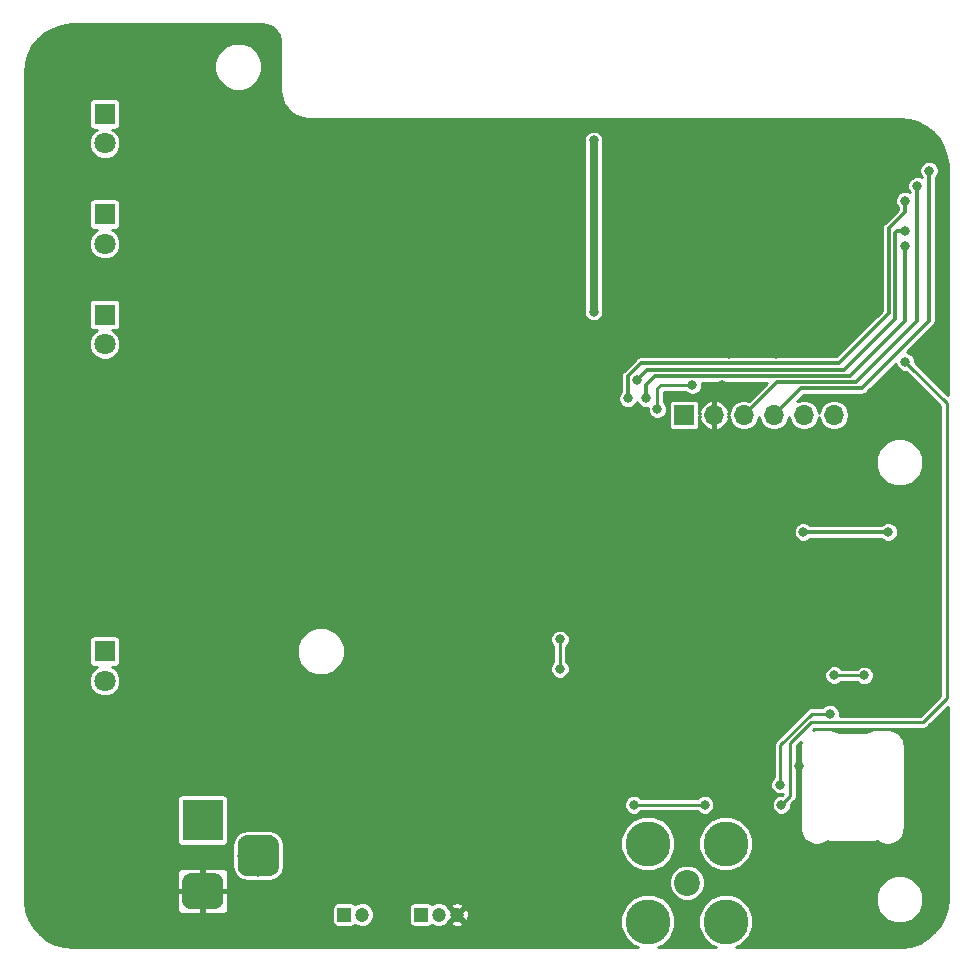
<source format=gbr>
G04 #@! TF.GenerationSoftware,KiCad,Pcbnew,5.0.2-bee76a0~70~ubuntu18.04.1*
G04 #@! TF.CreationDate,2019-07-19T10:36:36+02:00*
G04 #@! TF.ProjectId,SmartHydroponics,536d6172-7448-4796-9472-6f706f6e6963,rev?*
G04 #@! TF.SameCoordinates,Original*
G04 #@! TF.FileFunction,Copper,L2,Bot*
G04 #@! TF.FilePolarity,Positive*
%FSLAX46Y46*%
G04 Gerber Fmt 4.6, Leading zero omitted, Abs format (unit mm)*
G04 Created by KiCad (PCBNEW 5.0.2-bee76a0~70~ubuntu18.04.1) date Fri 19 Jul 2019 10:36:36 CEST*
%MOMM*%
%LPD*%
G01*
G04 APERTURE LIST*
G04 #@! TA.AperFunction,ComponentPad*
%ADD10C,3.800000*%
G04 #@! TD*
G04 #@! TA.AperFunction,ComponentPad*
%ADD11C,2.200000*%
G04 #@! TD*
G04 #@! TA.AperFunction,ComponentPad*
%ADD12C,1.200000*%
G04 #@! TD*
G04 #@! TA.AperFunction,ComponentPad*
%ADD13R,1.200000X1.200000*%
G04 #@! TD*
G04 #@! TA.AperFunction,ComponentPad*
%ADD14C,1.800000*%
G04 #@! TD*
G04 #@! TA.AperFunction,ComponentPad*
%ADD15R,1.800000X1.800000*%
G04 #@! TD*
G04 #@! TA.AperFunction,ComponentPad*
%ADD16R,1.700000X1.700000*%
G04 #@! TD*
G04 #@! TA.AperFunction,ComponentPad*
%ADD17O,1.700000X1.700000*%
G04 #@! TD*
G04 #@! TA.AperFunction,Conductor*
%ADD18C,0.100000*%
G04 #@! TD*
G04 #@! TA.AperFunction,ComponentPad*
%ADD19C,3.500000*%
G04 #@! TD*
G04 #@! TA.AperFunction,ComponentPad*
%ADD20C,3.000000*%
G04 #@! TD*
G04 #@! TA.AperFunction,ComponentPad*
%ADD21R,3.500000X3.500000*%
G04 #@! TD*
G04 #@! TA.AperFunction,ViaPad*
%ADD22C,0.800000*%
G04 #@! TD*
G04 #@! TA.AperFunction,Conductor*
%ADD23C,0.250000*%
G04 #@! TD*
G04 #@! TA.AperFunction,Conductor*
%ADD24C,0.300000*%
G04 #@! TD*
G04 #@! TA.AperFunction,Conductor*
%ADD25C,0.700000*%
G04 #@! TD*
G04 #@! TA.AperFunction,Conductor*
%ADD26C,0.254000*%
G04 #@! TD*
G04 APERTURE END LIST*
D10*
G04 #@! TO.P,J4,2*
G04 #@! TO.N,Net-(J4-Pad2)*
X233700000Y-146900000D03*
X233700000Y-140300000D03*
X240300000Y-140300000D03*
X240300000Y-146900000D03*
D11*
G04 #@! TO.P,J4,1*
G04 #@! TO.N,Net-(J4-Pad1)*
X237000000Y-143600000D03*
G04 #@! TD*
D12*
G04 #@! TO.P,J3,3*
G04 #@! TO.N,GND*
X217500000Y-146300000D03*
G04 #@! TO.P,J3,2*
G04 #@! TO.N,/1WIRE_DAT*
X216000000Y-146300000D03*
D13*
G04 #@! TO.P,J3,1*
G04 #@! TO.N,+3V3*
X214500000Y-146300000D03*
G04 #@! TD*
G04 #@! TO.P,J15,1*
G04 #@! TO.N,/WATER_LVL_SW*
X208000000Y-146300000D03*
D12*
G04 #@! TO.P,J15,2*
G04 #@! TO.N,+3V3*
X209500000Y-146300000D03*
G04 #@! TD*
D14*
G04 #@! TO.P,J10,2*
G04 #@! TO.N,Net-(J10-Pad2)*
X187700000Y-126500000D03*
D15*
G04 #@! TO.P,J10,1*
G04 #@! TO.N,+12V*
X187700000Y-124000000D03*
G04 #@! TD*
G04 #@! TO.P,J9,1*
G04 #@! TO.N,+12V*
X187700000Y-95500000D03*
D14*
G04 #@! TO.P,J9,2*
G04 #@! TO.N,Net-(J9-Pad2)*
X187700000Y-98000000D03*
G04 #@! TD*
G04 #@! TO.P,J8,2*
G04 #@! TO.N,Net-(J8-Pad2)*
X187700000Y-89500000D03*
D15*
G04 #@! TO.P,J8,1*
G04 #@! TO.N,+12V*
X187700000Y-87000000D03*
G04 #@! TD*
G04 #@! TO.P,J7,1*
G04 #@! TO.N,+12V*
X187700000Y-78500000D03*
D14*
G04 #@! TO.P,J7,2*
G04 #@! TO.N,Net-(J7-Pad2)*
X187700000Y-81000000D03*
G04 #@! TD*
D16*
G04 #@! TO.P,J2,1*
G04 #@! TO.N,+3V3*
X236750000Y-104000000D03*
D17*
G04 #@! TO.P,J2,2*
G04 #@! TO.N,GND*
X239290000Y-104000000D03*
G04 #@! TO.P,J2,3*
G04 #@! TO.N,/UART_RX*
X241830000Y-104000000D03*
G04 #@! TO.P,J2,4*
G04 #@! TO.N,/UART_TX*
X244370000Y-104000000D03*
G04 #@! TO.P,J2,5*
G04 #@! TO.N,/IO0*
X246910000Y-104000000D03*
G04 #@! TO.P,J2,6*
G04 #@! TO.N,/EN*
X249450000Y-104000000D03*
G04 #@! TD*
D18*
G04 #@! TO.N,N/C*
G04 #@! TO.C,J1*
G36*
X201660765Y-139554213D02*
X201745704Y-139566813D01*
X201828999Y-139587677D01*
X201909848Y-139616605D01*
X201987472Y-139653319D01*
X202061124Y-139697464D01*
X202130094Y-139748616D01*
X202193718Y-139806282D01*
X202251384Y-139869906D01*
X202302536Y-139938876D01*
X202346681Y-140012528D01*
X202383395Y-140090152D01*
X202412323Y-140171001D01*
X202433187Y-140254296D01*
X202445787Y-140339235D01*
X202450000Y-140425000D01*
X202450000Y-142175000D01*
X202445787Y-142260765D01*
X202433187Y-142345704D01*
X202412323Y-142428999D01*
X202383395Y-142509848D01*
X202346681Y-142587472D01*
X202302536Y-142661124D01*
X202251384Y-142730094D01*
X202193718Y-142793718D01*
X202130094Y-142851384D01*
X202061124Y-142902536D01*
X201987472Y-142946681D01*
X201909848Y-142983395D01*
X201828999Y-143012323D01*
X201745704Y-143033187D01*
X201660765Y-143045787D01*
X201575000Y-143050000D01*
X199825000Y-143050000D01*
X199739235Y-143045787D01*
X199654296Y-143033187D01*
X199571001Y-143012323D01*
X199490152Y-142983395D01*
X199412528Y-142946681D01*
X199338876Y-142902536D01*
X199269906Y-142851384D01*
X199206282Y-142793718D01*
X199148616Y-142730094D01*
X199097464Y-142661124D01*
X199053319Y-142587472D01*
X199016605Y-142509848D01*
X198987677Y-142428999D01*
X198966813Y-142345704D01*
X198954213Y-142260765D01*
X198950000Y-142175000D01*
X198950000Y-140425000D01*
X198954213Y-140339235D01*
X198966813Y-140254296D01*
X198987677Y-140171001D01*
X199016605Y-140090152D01*
X199053319Y-140012528D01*
X199097464Y-139938876D01*
X199148616Y-139869906D01*
X199206282Y-139806282D01*
X199269906Y-139748616D01*
X199338876Y-139697464D01*
X199412528Y-139653319D01*
X199490152Y-139616605D01*
X199571001Y-139587677D01*
X199654296Y-139566813D01*
X199739235Y-139554213D01*
X199825000Y-139550000D01*
X201575000Y-139550000D01*
X201660765Y-139554213D01*
X201660765Y-139554213D01*
G37*
D19*
G04 #@! TD*
G04 #@! TO.P,J1,3*
G04 #@! TO.N,N/C*
X200700000Y-141300000D03*
D18*
G04 #@! TO.N,GND*
G04 #@! TO.C,J1*
G36*
X197073513Y-142803611D02*
X197146318Y-142814411D01*
X197217714Y-142832295D01*
X197287013Y-142857090D01*
X197353548Y-142888559D01*
X197416678Y-142926398D01*
X197475795Y-142970242D01*
X197530330Y-143019670D01*
X197579758Y-143074205D01*
X197623602Y-143133322D01*
X197661441Y-143196452D01*
X197692910Y-143262987D01*
X197717705Y-143332286D01*
X197735589Y-143403682D01*
X197746389Y-143476487D01*
X197750000Y-143550000D01*
X197750000Y-145050000D01*
X197746389Y-145123513D01*
X197735589Y-145196318D01*
X197717705Y-145267714D01*
X197692910Y-145337013D01*
X197661441Y-145403548D01*
X197623602Y-145466678D01*
X197579758Y-145525795D01*
X197530330Y-145580330D01*
X197475795Y-145629758D01*
X197416678Y-145673602D01*
X197353548Y-145711441D01*
X197287013Y-145742910D01*
X197217714Y-145767705D01*
X197146318Y-145785589D01*
X197073513Y-145796389D01*
X197000000Y-145800000D01*
X195000000Y-145800000D01*
X194926487Y-145796389D01*
X194853682Y-145785589D01*
X194782286Y-145767705D01*
X194712987Y-145742910D01*
X194646452Y-145711441D01*
X194583322Y-145673602D01*
X194524205Y-145629758D01*
X194469670Y-145580330D01*
X194420242Y-145525795D01*
X194376398Y-145466678D01*
X194338559Y-145403548D01*
X194307090Y-145337013D01*
X194282295Y-145267714D01*
X194264411Y-145196318D01*
X194253611Y-145123513D01*
X194250000Y-145050000D01*
X194250000Y-143550000D01*
X194253611Y-143476487D01*
X194264411Y-143403682D01*
X194282295Y-143332286D01*
X194307090Y-143262987D01*
X194338559Y-143196452D01*
X194376398Y-143133322D01*
X194420242Y-143074205D01*
X194469670Y-143019670D01*
X194524205Y-142970242D01*
X194583322Y-142926398D01*
X194646452Y-142888559D01*
X194712987Y-142857090D01*
X194782286Y-142832295D01*
X194853682Y-142814411D01*
X194926487Y-142803611D01*
X195000000Y-142800000D01*
X197000000Y-142800000D01*
X197073513Y-142803611D01*
X197073513Y-142803611D01*
G37*
D20*
G04 #@! TD*
G04 #@! TO.P,J1,2*
G04 #@! TO.N,GND*
X196000000Y-144300000D03*
D21*
G04 #@! TO.P,J1,1*
G04 #@! TO.N,Net-(D1-Pad2)*
X196000000Y-138300000D03*
G04 #@! TD*
D22*
G04 #@! TO.N,GND*
X211449986Y-131000000D03*
X211500000Y-133250000D03*
X210000000Y-125000000D03*
X215000000Y-110000000D03*
X205000000Y-85000000D03*
X215000000Y-85000000D03*
X225000000Y-85000000D03*
X200000000Y-80000000D03*
X193000000Y-77500000D03*
X193000000Y-83500000D03*
X250750000Y-102750000D03*
X225000000Y-80000000D03*
X215000000Y-80000000D03*
X220000000Y-80000000D03*
X210000000Y-80000000D03*
X205000000Y-80000000D03*
X192500000Y-92500000D03*
X192750000Y-112500000D03*
X257500000Y-147500000D03*
X257500000Y-142500000D03*
X252500000Y-147500000D03*
X205000000Y-97500000D03*
X210000000Y-97500000D03*
X215000000Y-97500000D03*
X220000000Y-97500000D03*
X225000000Y-97500000D03*
X210000000Y-85000000D03*
X220000000Y-85000000D03*
X229000000Y-103000000D03*
X249000000Y-110000000D03*
X215000000Y-125000000D03*
X252245010Y-110000000D03*
X231500000Y-84600000D03*
X229000000Y-101000000D03*
X203500000Y-135500000D03*
X203500000Y-140500000D03*
X203500000Y-145500000D03*
X203500000Y-133000000D03*
X229000000Y-106500000D03*
X249000000Y-123000000D03*
X252000000Y-123000000D03*
X242700000Y-101600000D03*
X240600000Y-98800000D03*
X244500000Y-98800000D03*
X203000000Y-94000000D03*
X201000000Y-83000000D03*
X220000000Y-105000000D03*
X193000000Y-72000000D03*
X218000000Y-143500000D03*
X218000000Y-139500000D03*
X212000000Y-147500000D03*
X212000000Y-145000000D03*
X220500000Y-146500000D03*
X205500000Y-145500000D03*
X216000000Y-139500000D03*
X213000000Y-139500000D03*
X257500000Y-137500000D03*
X257500000Y-132500000D03*
X252500000Y-142500000D03*
X245000000Y-142500000D03*
X250000000Y-142500000D03*
X250000000Y-147500000D03*
X245000000Y-147500000D03*
X257500000Y-127500000D03*
X257500000Y-120000000D03*
X257500000Y-115000000D03*
X257500000Y-110000000D03*
X257500000Y-105000000D03*
X252000000Y-117000000D03*
X249000000Y-117000000D03*
X249000000Y-120000000D03*
X252000000Y-120000000D03*
X249000000Y-107000000D03*
X245000000Y-112500000D03*
X245000000Y-115500000D03*
X245000000Y-106500000D03*
X258500000Y-99500000D03*
X233500000Y-126000000D03*
X225000000Y-122500000D03*
X220000000Y-122500000D03*
X192750000Y-117500000D03*
X192750000Y-122500000D03*
X197500000Y-122500000D03*
X197500000Y-117500000D03*
X197500000Y-112500000D03*
X202500000Y-112500000D03*
X202500000Y-117500000D03*
X202500000Y-122500000D03*
X207500000Y-112500000D03*
X207500000Y-117500000D03*
X212500000Y-112500000D03*
X212500000Y-117500000D03*
X217500000Y-117500000D03*
X220000000Y-117500000D03*
X225000000Y-117500000D03*
X230000000Y-117500000D03*
X232500000Y-112500000D03*
X225000000Y-105000000D03*
X212500000Y-105000000D03*
X207500000Y-105000000D03*
X205000000Y-90000000D03*
X210000000Y-90000000D03*
X215000000Y-90000000D03*
X220000000Y-90000000D03*
X225000000Y-90000000D03*
X228500000Y-128000000D03*
X240000000Y-101500000D03*
X220000000Y-135500000D03*
X209000000Y-140500000D03*
X195250000Y-84000000D03*
X198750000Y-84000000D03*
X198250000Y-86750000D03*
X200250000Y-91750000D03*
X200250000Y-95250000D03*
X200250000Y-99750000D03*
X198000000Y-99750000D03*
X198000000Y-104250000D03*
X200250000Y-104250000D03*
X215750000Y-143500000D03*
X213000000Y-143500000D03*
X220500000Y-143500000D03*
X220500000Y-139500000D03*
X228000000Y-136000000D03*
X228000000Y-138249998D03*
X225000000Y-138000000D03*
X228500000Y-126000000D03*
X237500000Y-123000000D03*
X240500000Y-126000000D03*
X240500000Y-130000000D03*
X233500000Y-130000000D03*
X231000000Y-90000000D03*
X231000000Y-97500000D03*
X234500000Y-120000000D03*
X233250000Y-122000000D03*
X230000000Y-122000000D03*
X234500000Y-115000000D03*
X234500000Y-112000000D03*
X234500000Y-109750000D03*
X234500000Y-106500000D03*
X238000000Y-106500000D03*
X238000000Y-109750000D03*
X238000000Y-112000000D03*
X238000000Y-115000000D03*
X238000000Y-120000000D03*
X255750000Y-79500000D03*
X233750000Y-79500000D03*
X246500000Y-133750000D03*
X197500000Y-95250000D03*
X197500000Y-91750000D03*
X220000000Y-132500000D03*
X223500000Y-126000000D03*
X223500000Y-128000000D03*
X223500000Y-131250000D03*
X216250000Y-132500000D03*
X223250000Y-135250000D03*
X225000000Y-135250000D03*
X223000000Y-138000000D03*
X230000000Y-146500000D03*
X230000000Y-139500000D03*
X230000000Y-143250000D03*
X225250000Y-146500000D03*
X244000000Y-126000000D03*
X241750000Y-122750000D03*
X205000000Y-127500000D03*
X249800000Y-128200000D03*
X227000000Y-94000000D03*
X231000000Y-94900000D03*
X198500000Y-128500000D03*
X193000000Y-129000000D03*
X192750000Y-104250000D03*
X192750000Y-101250000D03*
X236750000Y-97500000D03*
X258500000Y-85500000D03*
X258500000Y-92500000D03*
G04 #@! TO.N,/I2C_SDA*
X252000000Y-126050000D03*
X249466844Y-126029433D03*
G04 #@! TO.N,/I2C_SCL*
X244900000Y-135300000D03*
X249100000Y-129274990D03*
G04 #@! TO.N,+3V3*
X246850000Y-113900000D03*
X229100000Y-80750000D03*
X254050000Y-113900000D03*
X229100000Y-95250000D03*
G04 #@! TO.N,/UART_RX*
X256500000Y-84600000D03*
G04 #@! TO.N,/UART_TX*
X257500012Y-83300000D03*
G04 #@! TO.N,/PWM_LED_B*
X233550010Y-102600000D03*
X255450000Y-89650000D03*
G04 #@! TO.N,/PWM_LED_G*
X232000000Y-102600000D03*
X255450000Y-85850000D03*
G04 #@! TO.N,/PWM_LED_R*
X232800000Y-101000000D03*
X255450000Y-88400000D03*
G04 #@! TO.N,/WATER_LVL_SW*
X245000000Y-137000000D03*
X238500000Y-137000000D03*
X232500000Y-137000000D03*
X255487340Y-99500000D03*
G04 #@! TO.N,/1WIRE_DAT*
X234500000Y-103500000D03*
X226250000Y-123000000D03*
X237469662Y-101469662D03*
X226250000Y-125500000D03*
G04 #@! TD*
D23*
G04 #@! TO.N,/I2C_SDA*
X252000000Y-126050000D02*
X249487411Y-126050000D01*
G04 #@! TO.N,/I2C_SCL*
X248534315Y-129274990D02*
X249100000Y-129274990D01*
X244900000Y-135300000D02*
X244900000Y-131963589D01*
X247588599Y-129274990D02*
X248534315Y-129274990D01*
X244900000Y-131963589D02*
X247588599Y-129274990D01*
D24*
G04 #@! TO.N,+3V3*
X254050000Y-113900000D02*
X246850000Y-113900000D01*
D25*
X229100000Y-80750000D02*
X229100000Y-95250000D01*
D24*
G04 #@! TO.N,/UART_RX*
X244629989Y-101200011D02*
X251299989Y-101200011D01*
X256500000Y-85165685D02*
X256500000Y-84600000D01*
X256500000Y-96000000D02*
X256500000Y-85165685D01*
X251299989Y-101200011D02*
X256500000Y-96000000D01*
X241830000Y-104000000D02*
X244629989Y-101200011D01*
G04 #@! TO.N,/UART_TX*
X257500012Y-95999988D02*
X257500012Y-83865685D01*
X246669978Y-101700022D02*
X251799978Y-101700022D01*
X244370000Y-104000000D02*
X246669978Y-101700022D01*
X251799978Y-101700022D02*
X257500012Y-95999988D01*
X257500012Y-83865685D02*
X257500012Y-83300000D01*
G04 #@! TO.N,/PWM_LED_B*
X255450000Y-96050000D02*
X250800000Y-100700000D01*
X255450000Y-89650000D02*
X255450000Y-96050000D01*
X250800000Y-100700000D02*
X234300000Y-100700000D01*
X233550010Y-101449990D02*
X233550010Y-102600000D01*
X234300000Y-100700000D02*
X233550010Y-101449990D01*
G04 #@! TO.N,/PWM_LED_G*
X232000000Y-100700000D02*
X232000000Y-102600000D01*
X255450000Y-86850000D02*
X254100000Y-88200000D01*
X255450000Y-85850000D02*
X255450000Y-86850000D01*
X254100000Y-88200000D02*
X254100000Y-95400000D01*
X233100000Y-99600000D02*
X232000000Y-100700000D01*
X254100000Y-95400000D02*
X249900000Y-99600000D01*
X249900000Y-99600000D02*
X233100000Y-99600000D01*
G04 #@! TO.N,/PWM_LED_R*
X250300000Y-100200000D02*
X254600000Y-95900000D01*
X232800000Y-101000000D02*
X233600000Y-100200000D01*
X254800000Y-88400000D02*
X255450000Y-88400000D01*
X254600000Y-88600000D02*
X254800000Y-88400000D01*
X254600000Y-95900000D02*
X254600000Y-88600000D01*
X233600000Y-100200000D02*
X250300000Y-100200000D01*
D23*
G04 #@! TO.N,/WATER_LVL_SW*
X238500000Y-137000000D02*
X232500000Y-137000000D01*
X259000000Y-128000000D02*
X259000000Y-103012660D01*
X259000000Y-103012660D02*
X255887339Y-99899999D01*
X247500000Y-130000000D02*
X257000000Y-130000000D01*
X257000000Y-130000000D02*
X259000000Y-128000000D01*
X245750000Y-131750000D02*
X247500000Y-130000000D01*
X245750000Y-136250000D02*
X245750000Y-131750000D01*
X245000000Y-137000000D02*
X245750000Y-136250000D01*
X255887339Y-99899999D02*
X255487340Y-99500000D01*
G04 #@! TO.N,/1WIRE_DAT*
X236903977Y-101469662D02*
X237469662Y-101469662D01*
X234780338Y-101469662D02*
X236903977Y-101469662D01*
X234500000Y-103500000D02*
X234500000Y-101750000D01*
X234500000Y-101750000D02*
X234780338Y-101469662D01*
X226250000Y-123000000D02*
X226250000Y-125500000D01*
G04 #@! TD*
D26*
G04 #@! TO.N,GND*
G36*
X201440122Y-70994891D02*
X201844867Y-71178918D01*
X202181692Y-71469145D01*
X202423521Y-71842242D01*
X202555150Y-72282377D01*
X202572501Y-72515869D01*
X202572500Y-76542103D01*
X202575614Y-76557757D01*
X202595644Y-76827300D01*
X202605007Y-76869889D01*
X202610926Y-76913095D01*
X202612392Y-76918108D01*
X202774869Y-77461393D01*
X202799202Y-77514055D01*
X202822896Y-77567024D01*
X202825710Y-77571424D01*
X203134138Y-78047270D01*
X203172283Y-78090996D01*
X203209882Y-78135175D01*
X203213818Y-78138609D01*
X203643403Y-78508764D01*
X203692324Y-78540050D01*
X203740775Y-78571877D01*
X203745516Y-78574068D01*
X204261725Y-78808774D01*
X204317431Y-78825063D01*
X204372897Y-78842021D01*
X204378061Y-78842793D01*
X204378063Y-78842793D01*
X204927940Y-78921541D01*
X204957896Y-78927500D01*
X254979657Y-78927500D01*
X255769721Y-79002879D01*
X256511674Y-79220544D01*
X257199082Y-79574582D01*
X257807136Y-80052216D01*
X258313907Y-80636217D01*
X258701099Y-81305505D01*
X258954747Y-82035934D01*
X259067881Y-82816202D01*
X259072501Y-83005247D01*
X259072501Y-102304515D01*
X256316105Y-99548120D01*
X256316103Y-99548117D01*
X256314340Y-99546354D01*
X256314340Y-99335499D01*
X256188437Y-99031542D01*
X255955798Y-98798903D01*
X255651841Y-98673000D01*
X255643001Y-98673000D01*
X257867827Y-96448174D01*
X257916006Y-96415982D01*
X258043534Y-96225122D01*
X258077012Y-96056817D01*
X258077012Y-96056816D01*
X258088316Y-95999989D01*
X258077012Y-95943161D01*
X258077012Y-83892555D01*
X258201109Y-83768458D01*
X258327012Y-83464501D01*
X258327012Y-83135499D01*
X258201109Y-82831542D01*
X257968470Y-82598903D01*
X257664513Y-82473000D01*
X257335511Y-82473000D01*
X257031554Y-82598903D01*
X256798915Y-82831542D01*
X256673012Y-83135499D01*
X256673012Y-83464501D01*
X256798915Y-83768458D01*
X256901714Y-83871257D01*
X256664501Y-83773000D01*
X256335499Y-83773000D01*
X256031542Y-83898903D01*
X255798903Y-84131542D01*
X255673000Y-84435499D01*
X255673000Y-84764501D01*
X255798903Y-85068458D01*
X255851693Y-85121248D01*
X255614501Y-85023000D01*
X255285499Y-85023000D01*
X254981542Y-85148903D01*
X254748903Y-85381542D01*
X254623000Y-85685499D01*
X254623000Y-86014501D01*
X254748903Y-86318458D01*
X254873001Y-86442556D01*
X254873001Y-86610998D01*
X253732188Y-87751812D01*
X253684006Y-87784006D01*
X253556478Y-87974867D01*
X253540245Y-88056478D01*
X253511696Y-88200000D01*
X253523000Y-88256828D01*
X253523001Y-95160998D01*
X249661000Y-99023000D01*
X233156828Y-99023000D01*
X233100000Y-99011696D01*
X233043172Y-99023000D01*
X233043171Y-99023000D01*
X232874866Y-99056478D01*
X232684006Y-99184006D01*
X232651815Y-99232184D01*
X231632188Y-100251812D01*
X231584006Y-100284006D01*
X231456478Y-100474867D01*
X231423000Y-100643171D01*
X231411696Y-100700000D01*
X231423000Y-100756828D01*
X231423001Y-102007444D01*
X231298903Y-102131542D01*
X231173000Y-102435499D01*
X231173000Y-102764501D01*
X231298903Y-103068458D01*
X231531542Y-103301097D01*
X231835499Y-103427000D01*
X232164501Y-103427000D01*
X232468458Y-103301097D01*
X232701097Y-103068458D01*
X232775005Y-102890028D01*
X232848913Y-103068458D01*
X233081552Y-103301097D01*
X233385509Y-103427000D01*
X233673000Y-103427000D01*
X233673000Y-103664501D01*
X233798903Y-103968458D01*
X234031542Y-104201097D01*
X234335499Y-104327000D01*
X234664501Y-104327000D01*
X234968458Y-104201097D01*
X235201097Y-103968458D01*
X235327000Y-103664501D01*
X235327000Y-103335499D01*
X235250164Y-103150000D01*
X235464635Y-103150000D01*
X235464635Y-104850000D01*
X235497775Y-105016607D01*
X235592150Y-105157850D01*
X235733393Y-105252225D01*
X235900000Y-105285365D01*
X237600000Y-105285365D01*
X237766607Y-105252225D01*
X237907850Y-105157850D01*
X238002225Y-105016607D01*
X238035365Y-104850000D01*
X238035365Y-104123002D01*
X238125676Y-104123002D01*
X238053817Y-104320325D01*
X238270499Y-104769008D01*
X238642391Y-105100617D01*
X238969676Y-105236173D01*
X239167000Y-105163768D01*
X239167000Y-104123000D01*
X239147000Y-104123000D01*
X239147000Y-103877000D01*
X239167000Y-103877000D01*
X239167000Y-102836232D01*
X238969676Y-102763827D01*
X238642391Y-102899383D01*
X238270499Y-103230992D01*
X238053817Y-103679675D01*
X238125676Y-103876998D01*
X238035365Y-103876998D01*
X238035365Y-103150000D01*
X238002225Y-102983393D01*
X237907850Y-102842150D01*
X237766607Y-102747775D01*
X237600000Y-102714635D01*
X235900000Y-102714635D01*
X235733393Y-102747775D01*
X235592150Y-102842150D01*
X235497775Y-102983393D01*
X235464635Y-103150000D01*
X235250164Y-103150000D01*
X235201097Y-103031542D01*
X235052000Y-102882445D01*
X235052000Y-102021662D01*
X236852107Y-102021662D01*
X237001204Y-102170759D01*
X237305161Y-102296662D01*
X237634163Y-102296662D01*
X237938120Y-102170759D01*
X238170759Y-101938120D01*
X238296662Y-101634163D01*
X238296662Y-101305161D01*
X238284997Y-101277000D01*
X243736999Y-101277000D01*
X242235381Y-102778618D01*
X241955769Y-102723000D01*
X241704231Y-102723000D01*
X241331740Y-102797093D01*
X240909335Y-103079335D01*
X240627093Y-103501740D01*
X240552450Y-103876998D01*
X240454324Y-103876998D01*
X240526183Y-103679675D01*
X240309501Y-103230992D01*
X239937609Y-102899383D01*
X239610324Y-102763827D01*
X239413000Y-102836232D01*
X239413000Y-103877000D01*
X239433000Y-103877000D01*
X239433000Y-104123000D01*
X239413000Y-104123000D01*
X239413000Y-105163768D01*
X239610324Y-105236173D01*
X239937609Y-105100617D01*
X240309501Y-104769008D01*
X240526183Y-104320325D01*
X240454324Y-104123002D01*
X240552450Y-104123002D01*
X240627093Y-104498260D01*
X240909335Y-104920665D01*
X241331740Y-105202907D01*
X241704231Y-105277000D01*
X241955769Y-105277000D01*
X242328260Y-105202907D01*
X242750665Y-104920665D01*
X243032907Y-104498260D01*
X243100000Y-104160960D01*
X243167093Y-104498260D01*
X243449335Y-104920665D01*
X243871740Y-105202907D01*
X244244231Y-105277000D01*
X244495769Y-105277000D01*
X244868260Y-105202907D01*
X245290665Y-104920665D01*
X245572907Y-104498260D01*
X245640000Y-104160960D01*
X245707093Y-104498260D01*
X245989335Y-104920665D01*
X246411740Y-105202907D01*
X246784231Y-105277000D01*
X247035769Y-105277000D01*
X247408260Y-105202907D01*
X247830665Y-104920665D01*
X248112907Y-104498260D01*
X248180000Y-104160960D01*
X248247093Y-104498260D01*
X248529335Y-104920665D01*
X248951740Y-105202907D01*
X249324231Y-105277000D01*
X249575769Y-105277000D01*
X249948260Y-105202907D01*
X250370665Y-104920665D01*
X250652907Y-104498260D01*
X250752017Y-104000000D01*
X250652907Y-103501740D01*
X250370665Y-103079335D01*
X249948260Y-102797093D01*
X249575769Y-102723000D01*
X249324231Y-102723000D01*
X248951740Y-102797093D01*
X248529335Y-103079335D01*
X248247093Y-103501740D01*
X248180000Y-103839040D01*
X248112907Y-103501740D01*
X247830665Y-103079335D01*
X247408260Y-102797093D01*
X247035769Y-102723000D01*
X246784231Y-102723000D01*
X246411740Y-102797093D01*
X246342931Y-102843070D01*
X246908979Y-102277022D01*
X251743150Y-102277022D01*
X251799978Y-102288326D01*
X251856806Y-102277022D01*
X251856807Y-102277022D01*
X252025112Y-102243544D01*
X252215972Y-102116016D01*
X252248166Y-102067834D01*
X254660340Y-99655660D01*
X254660340Y-99664501D01*
X254786243Y-99968458D01*
X255018882Y-100201097D01*
X255322839Y-100327000D01*
X255533694Y-100327000D01*
X255535457Y-100328763D01*
X255535460Y-100328765D01*
X258448001Y-103241307D01*
X258448000Y-127771354D01*
X256771355Y-129448000D01*
X249923475Y-129448000D01*
X249927000Y-129439491D01*
X249927000Y-129110489D01*
X249801097Y-128806532D01*
X249568458Y-128573893D01*
X249264501Y-128447990D01*
X248935499Y-128447990D01*
X248631542Y-128573893D01*
X248482445Y-128722990D01*
X247642963Y-128722990D01*
X247588598Y-128712176D01*
X247373219Y-128755018D01*
X247190629Y-128877020D01*
X247159832Y-128923111D01*
X244548121Y-131534823D01*
X244502031Y-131565619D01*
X244446755Y-131648346D01*
X244380028Y-131748210D01*
X244337186Y-131963589D01*
X244348001Y-132017959D01*
X244348000Y-134682445D01*
X244198903Y-134831542D01*
X244073000Y-135135499D01*
X244073000Y-135464501D01*
X244198903Y-135768458D01*
X244431542Y-136001097D01*
X244735499Y-136127000D01*
X245064501Y-136127000D01*
X245112050Y-136107305D01*
X245046354Y-136173000D01*
X244835499Y-136173000D01*
X244531542Y-136298903D01*
X244298903Y-136531542D01*
X244173000Y-136835499D01*
X244173000Y-137164501D01*
X244298903Y-137468458D01*
X244531542Y-137701097D01*
X244835499Y-137827000D01*
X245164501Y-137827000D01*
X245468458Y-137701097D01*
X245701097Y-137468458D01*
X245827000Y-137164501D01*
X245827000Y-136953646D01*
X246101880Y-136678766D01*
X246147970Y-136647970D01*
X246269972Y-136465380D01*
X246302000Y-136304365D01*
X246302000Y-136304364D01*
X246312814Y-136250001D01*
X246302000Y-136195636D01*
X246302000Y-131978645D01*
X246634513Y-131646132D01*
X246580714Y-131916599D01*
X246580714Y-131916602D01*
X246572500Y-131957897D01*
X246572501Y-139042104D01*
X246580714Y-139083393D01*
X246580714Y-139083401D01*
X246656834Y-139466084D01*
X246720666Y-139620189D01*
X246720669Y-139620192D01*
X246937439Y-139944613D01*
X247055386Y-140062560D01*
X247055389Y-140062561D01*
X247379808Y-140279331D01*
X247379811Y-140279334D01*
X247488779Y-140324470D01*
X247533915Y-140343166D01*
X247533916Y-140343166D01*
X247916599Y-140419286D01*
X248083401Y-140419286D01*
X248466084Y-140343166D01*
X248620189Y-140279334D01*
X248620192Y-140279331D01*
X248908236Y-140086867D01*
X248910197Y-140089803D01*
X248951399Y-140117333D01*
X249000000Y-140127000D01*
X253000000Y-140127000D01*
X253048601Y-140117333D01*
X253089803Y-140089803D01*
X253091765Y-140086867D01*
X253379808Y-140279331D01*
X253379811Y-140279334D01*
X253488779Y-140324470D01*
X253533915Y-140343166D01*
X253533916Y-140343166D01*
X253916599Y-140419286D01*
X254083401Y-140419286D01*
X254466084Y-140343166D01*
X254620189Y-140279334D01*
X254620192Y-140279331D01*
X254944613Y-140062561D01*
X255062560Y-139944614D01*
X255062561Y-139944611D01*
X255279331Y-139620192D01*
X255279334Y-139620189D01*
X255329767Y-139498432D01*
X255343166Y-139466085D01*
X255343166Y-139466084D01*
X255419286Y-139083401D01*
X255419286Y-139083399D01*
X255427500Y-139042104D01*
X255427500Y-131957896D01*
X255406998Y-131854824D01*
X255343166Y-131533916D01*
X255341710Y-131530399D01*
X255305763Y-131443617D01*
X255279334Y-131379811D01*
X255279331Y-131379808D01*
X255062560Y-131055387D01*
X255062560Y-131055386D01*
X254944613Y-130937439D01*
X254620192Y-130720669D01*
X254620189Y-130720666D01*
X254466084Y-130656834D01*
X254083401Y-130580714D01*
X254083399Y-130580714D01*
X254042104Y-130572500D01*
X252957896Y-130572500D01*
X252916601Y-130580714D01*
X252916599Y-130580714D01*
X252533916Y-130656834D01*
X252533915Y-130656834D01*
X252488779Y-130675530D01*
X252379811Y-130720666D01*
X252379808Y-130720669D01*
X252151829Y-130873000D01*
X249848173Y-130873000D01*
X249620192Y-130720669D01*
X249620189Y-130720666D01*
X249466084Y-130656834D01*
X249083401Y-130580714D01*
X249083399Y-130580714D01*
X249042104Y-130572500D01*
X247957896Y-130572500D01*
X247916601Y-130580714D01*
X247916599Y-130580714D01*
X247646132Y-130634513D01*
X247728645Y-130552000D01*
X256945635Y-130552000D01*
X257000000Y-130562814D01*
X257054365Y-130552000D01*
X257215380Y-130519972D01*
X257397970Y-130397970D01*
X257428768Y-130351877D01*
X259072500Y-128708146D01*
X259072500Y-144979657D01*
X258997121Y-145769721D01*
X258779456Y-146511674D01*
X258425419Y-147199080D01*
X257947785Y-147807137D01*
X257363783Y-148313906D01*
X256694495Y-148701099D01*
X255964066Y-148954747D01*
X255183798Y-149067881D01*
X254994794Y-149072500D01*
X241135866Y-149072500D01*
X241618140Y-148872736D01*
X242272736Y-148218140D01*
X242627000Y-147362869D01*
X242627000Y-146437131D01*
X242272736Y-145581860D01*
X241618140Y-144927264D01*
X240820340Y-144596805D01*
X252973000Y-144596805D01*
X252973000Y-145403195D01*
X253281593Y-146148203D01*
X253851797Y-146718407D01*
X254596805Y-147027000D01*
X255403195Y-147027000D01*
X256148203Y-146718407D01*
X256718407Y-146148203D01*
X257027000Y-145403195D01*
X257027000Y-144596805D01*
X256718407Y-143851797D01*
X256148203Y-143281593D01*
X255403195Y-142973000D01*
X254596805Y-142973000D01*
X253851797Y-143281593D01*
X253281593Y-143851797D01*
X252973000Y-144596805D01*
X240820340Y-144596805D01*
X240762869Y-144573000D01*
X239837131Y-144573000D01*
X238981860Y-144927264D01*
X238327264Y-145581860D01*
X237973000Y-146437131D01*
X237973000Y-147362869D01*
X238327264Y-148218140D01*
X238981860Y-148872736D01*
X239464134Y-149072500D01*
X234535866Y-149072500D01*
X235018140Y-148872736D01*
X235672736Y-148218140D01*
X236027000Y-147362869D01*
X236027000Y-146437131D01*
X235672736Y-145581860D01*
X235018140Y-144927264D01*
X234162869Y-144573000D01*
X233237131Y-144573000D01*
X232381860Y-144927264D01*
X231727264Y-145581860D01*
X231373000Y-146437131D01*
X231373000Y-147362869D01*
X231727264Y-148218140D01*
X232381860Y-148872736D01*
X232864134Y-149072500D01*
X185020343Y-149072500D01*
X184230279Y-148997121D01*
X183488326Y-148779456D01*
X182800920Y-148425419D01*
X182192863Y-147947785D01*
X181686094Y-147363783D01*
X181298901Y-146694495D01*
X181045253Y-145964066D01*
X180932119Y-145183798D01*
X180927500Y-144994794D01*
X180927500Y-144529750D01*
X193823000Y-144529750D01*
X193823000Y-145884935D01*
X193888007Y-146041876D01*
X194008124Y-146161993D01*
X194165064Y-146227000D01*
X195770250Y-146227000D01*
X195877000Y-146120250D01*
X195877000Y-144423000D01*
X196123000Y-144423000D01*
X196123000Y-146120250D01*
X196229750Y-146227000D01*
X197834936Y-146227000D01*
X197991876Y-146161993D01*
X198111993Y-146041876D01*
X198177000Y-145884935D01*
X198177000Y-145700000D01*
X206964635Y-145700000D01*
X206964635Y-146900000D01*
X206997775Y-147066607D01*
X207092150Y-147207850D01*
X207233393Y-147302225D01*
X207400000Y-147335365D01*
X208600000Y-147335365D01*
X208766607Y-147302225D01*
X208907850Y-147207850D01*
X208929574Y-147175338D01*
X209295717Y-147327000D01*
X209704283Y-147327000D01*
X210081749Y-147170648D01*
X210370648Y-146881749D01*
X210527000Y-146504283D01*
X210527000Y-146095717D01*
X210370648Y-145718251D01*
X210352397Y-145700000D01*
X213464635Y-145700000D01*
X213464635Y-146900000D01*
X213497775Y-147066607D01*
X213592150Y-147207850D01*
X213733393Y-147302225D01*
X213900000Y-147335365D01*
X215100000Y-147335365D01*
X215266607Y-147302225D01*
X215407850Y-147207850D01*
X215429574Y-147175338D01*
X215795717Y-147327000D01*
X216204283Y-147327000D01*
X216581749Y-147170648D01*
X216706194Y-147046203D01*
X216927745Y-147046203D01*
X216988288Y-147213571D01*
X217376848Y-147339854D01*
X217784157Y-147307827D01*
X218011712Y-147213571D01*
X218072255Y-147046203D01*
X217500000Y-146473948D01*
X216927745Y-147046203D01*
X216706194Y-147046203D01*
X216870648Y-146881749D01*
X216959988Y-146666064D01*
X217326052Y-146300000D01*
X217673948Y-146300000D01*
X218246203Y-146872255D01*
X218413571Y-146811712D01*
X218539854Y-146423152D01*
X218507827Y-146015843D01*
X218413571Y-145788288D01*
X218246203Y-145727745D01*
X217673948Y-146300000D01*
X217326052Y-146300000D01*
X216959988Y-145933936D01*
X216870648Y-145718251D01*
X216706194Y-145553797D01*
X216927745Y-145553797D01*
X217500000Y-146126052D01*
X218072255Y-145553797D01*
X218011712Y-145386429D01*
X217623152Y-145260146D01*
X217215843Y-145292173D01*
X216988288Y-145386429D01*
X216927745Y-145553797D01*
X216706194Y-145553797D01*
X216581749Y-145429352D01*
X216204283Y-145273000D01*
X215795717Y-145273000D01*
X215429574Y-145424662D01*
X215407850Y-145392150D01*
X215266607Y-145297775D01*
X215100000Y-145264635D01*
X213900000Y-145264635D01*
X213733393Y-145297775D01*
X213592150Y-145392150D01*
X213497775Y-145533393D01*
X213464635Y-145700000D01*
X210352397Y-145700000D01*
X210081749Y-145429352D01*
X209704283Y-145273000D01*
X209295717Y-145273000D01*
X208929574Y-145424662D01*
X208907850Y-145392150D01*
X208766607Y-145297775D01*
X208600000Y-145264635D01*
X207400000Y-145264635D01*
X207233393Y-145297775D01*
X207092150Y-145392150D01*
X206997775Y-145533393D01*
X206964635Y-145700000D01*
X198177000Y-145700000D01*
X198177000Y-144529750D01*
X198070250Y-144423000D01*
X196123000Y-144423000D01*
X195877000Y-144423000D01*
X193929750Y-144423000D01*
X193823000Y-144529750D01*
X180927500Y-144529750D01*
X180927500Y-142715065D01*
X193823000Y-142715065D01*
X193823000Y-144070250D01*
X193929750Y-144177000D01*
X195877000Y-144177000D01*
X195877000Y-142479750D01*
X196123000Y-142479750D01*
X196123000Y-144177000D01*
X198070250Y-144177000D01*
X198177000Y-144070250D01*
X198177000Y-142715065D01*
X198111993Y-142558124D01*
X197991876Y-142438007D01*
X197834936Y-142373000D01*
X196229750Y-142373000D01*
X196123000Y-142479750D01*
X195877000Y-142479750D01*
X195770250Y-142373000D01*
X194165064Y-142373000D01*
X194008124Y-142438007D01*
X193888007Y-142558124D01*
X193823000Y-142715065D01*
X180927500Y-142715065D01*
X180927500Y-136550000D01*
X193814635Y-136550000D01*
X193814635Y-140050000D01*
X193847775Y-140216607D01*
X193942150Y-140357850D01*
X194083393Y-140452225D01*
X194250000Y-140485365D01*
X197750000Y-140485365D01*
X197916607Y-140452225D01*
X197957352Y-140425000D01*
X198514635Y-140425000D01*
X198514635Y-142175000D01*
X198614381Y-142676455D01*
X198898432Y-143101568D01*
X199323545Y-143385619D01*
X199825000Y-143485365D01*
X201575000Y-143485365D01*
X202076455Y-143385619D01*
X202210188Y-143296261D01*
X235473000Y-143296261D01*
X235473000Y-143903739D01*
X235705472Y-144464976D01*
X236135024Y-144894528D01*
X236696261Y-145127000D01*
X237303739Y-145127000D01*
X237864976Y-144894528D01*
X238294528Y-144464976D01*
X238527000Y-143903739D01*
X238527000Y-143296261D01*
X238294528Y-142735024D01*
X237864976Y-142305472D01*
X237303739Y-142073000D01*
X236696261Y-142073000D01*
X236135024Y-142305472D01*
X235705472Y-142735024D01*
X235473000Y-143296261D01*
X202210188Y-143296261D01*
X202501568Y-143101568D01*
X202785619Y-142676455D01*
X202885365Y-142175000D01*
X202885365Y-140425000D01*
X202785619Y-139923545D01*
X202727880Y-139837131D01*
X231373000Y-139837131D01*
X231373000Y-140762869D01*
X231727264Y-141618140D01*
X232381860Y-142272736D01*
X233237131Y-142627000D01*
X234162869Y-142627000D01*
X235018140Y-142272736D01*
X235672736Y-141618140D01*
X236027000Y-140762869D01*
X236027000Y-139837131D01*
X237973000Y-139837131D01*
X237973000Y-140762869D01*
X238327264Y-141618140D01*
X238981860Y-142272736D01*
X239837131Y-142627000D01*
X240762869Y-142627000D01*
X241618140Y-142272736D01*
X242272736Y-141618140D01*
X242627000Y-140762869D01*
X242627000Y-139837131D01*
X242272736Y-138981860D01*
X241618140Y-138327264D01*
X240762869Y-137973000D01*
X239837131Y-137973000D01*
X238981860Y-138327264D01*
X238327264Y-138981860D01*
X237973000Y-139837131D01*
X236027000Y-139837131D01*
X235672736Y-138981860D01*
X235018140Y-138327264D01*
X234162869Y-137973000D01*
X233237131Y-137973000D01*
X232381860Y-138327264D01*
X231727264Y-138981860D01*
X231373000Y-139837131D01*
X202727880Y-139837131D01*
X202501568Y-139498432D01*
X202076455Y-139214381D01*
X201575000Y-139114635D01*
X199825000Y-139114635D01*
X199323545Y-139214381D01*
X198898432Y-139498432D01*
X198614381Y-139923545D01*
X198514635Y-140425000D01*
X197957352Y-140425000D01*
X198057850Y-140357850D01*
X198152225Y-140216607D01*
X198185365Y-140050000D01*
X198185365Y-136835499D01*
X231673000Y-136835499D01*
X231673000Y-137164501D01*
X231798903Y-137468458D01*
X232031542Y-137701097D01*
X232335499Y-137827000D01*
X232664501Y-137827000D01*
X232968458Y-137701097D01*
X233117555Y-137552000D01*
X237882445Y-137552000D01*
X238031542Y-137701097D01*
X238335499Y-137827000D01*
X238664501Y-137827000D01*
X238968458Y-137701097D01*
X239201097Y-137468458D01*
X239327000Y-137164501D01*
X239327000Y-136835499D01*
X239201097Y-136531542D01*
X238968458Y-136298903D01*
X238664501Y-136173000D01*
X238335499Y-136173000D01*
X238031542Y-136298903D01*
X237882445Y-136448000D01*
X233117555Y-136448000D01*
X232968458Y-136298903D01*
X232664501Y-136173000D01*
X232335499Y-136173000D01*
X232031542Y-136298903D01*
X231798903Y-136531542D01*
X231673000Y-136835499D01*
X198185365Y-136835499D01*
X198185365Y-136550000D01*
X198152225Y-136383393D01*
X198057850Y-136242150D01*
X197916607Y-136147775D01*
X197750000Y-136114635D01*
X194250000Y-136114635D01*
X194083393Y-136147775D01*
X193942150Y-136242150D01*
X193847775Y-136383393D01*
X193814635Y-136550000D01*
X180927500Y-136550000D01*
X180927500Y-123100000D01*
X186364635Y-123100000D01*
X186364635Y-124900000D01*
X186397775Y-125066607D01*
X186492150Y-125207850D01*
X186633393Y-125302225D01*
X186800000Y-125335365D01*
X187044060Y-125335365D01*
X186948315Y-125375024D01*
X186575024Y-125748315D01*
X186373000Y-126236043D01*
X186373000Y-126763957D01*
X186575024Y-127251685D01*
X186948315Y-127624976D01*
X187436043Y-127827000D01*
X187963957Y-127827000D01*
X188451685Y-127624976D01*
X188824976Y-127251685D01*
X189027000Y-126763957D01*
X189027000Y-126236043D01*
X188824976Y-125748315D01*
X188451685Y-125375024D01*
X188355940Y-125335365D01*
X188600000Y-125335365D01*
X188766607Y-125302225D01*
X188907850Y-125207850D01*
X189002225Y-125066607D01*
X189035365Y-124900000D01*
X189035365Y-123596805D01*
X203973000Y-123596805D01*
X203973000Y-124403195D01*
X204281593Y-125148203D01*
X204851797Y-125718407D01*
X205596805Y-126027000D01*
X206403195Y-126027000D01*
X207148203Y-125718407D01*
X207718407Y-125148203D01*
X208027000Y-124403195D01*
X208027000Y-123596805D01*
X207718407Y-122851797D01*
X207702109Y-122835499D01*
X225423000Y-122835499D01*
X225423000Y-123164501D01*
X225548903Y-123468458D01*
X225698000Y-123617555D01*
X225698001Y-124882444D01*
X225548903Y-125031542D01*
X225423000Y-125335499D01*
X225423000Y-125664501D01*
X225548903Y-125968458D01*
X225781542Y-126201097D01*
X226085499Y-126327000D01*
X226414501Y-126327000D01*
X226718458Y-126201097D01*
X226951097Y-125968458D01*
X226993978Y-125864932D01*
X248639844Y-125864932D01*
X248639844Y-126193934D01*
X248765747Y-126497891D01*
X248998386Y-126730530D01*
X249302343Y-126856433D01*
X249631345Y-126856433D01*
X249935302Y-126730530D01*
X250063832Y-126602000D01*
X251382445Y-126602000D01*
X251531542Y-126751097D01*
X251835499Y-126877000D01*
X252164501Y-126877000D01*
X252468458Y-126751097D01*
X252701097Y-126518458D01*
X252827000Y-126214501D01*
X252827000Y-125885499D01*
X252701097Y-125581542D01*
X252468458Y-125348903D01*
X252164501Y-125223000D01*
X251835499Y-125223000D01*
X251531542Y-125348903D01*
X251382445Y-125498000D01*
X250104966Y-125498000D01*
X249935302Y-125328336D01*
X249631345Y-125202433D01*
X249302343Y-125202433D01*
X248998386Y-125328336D01*
X248765747Y-125560975D01*
X248639844Y-125864932D01*
X226993978Y-125864932D01*
X227077000Y-125664501D01*
X227077000Y-125335499D01*
X226951097Y-125031542D01*
X226802000Y-124882445D01*
X226802000Y-123617555D01*
X226951097Y-123468458D01*
X227077000Y-123164501D01*
X227077000Y-122835499D01*
X226951097Y-122531542D01*
X226718458Y-122298903D01*
X226414501Y-122173000D01*
X226085499Y-122173000D01*
X225781542Y-122298903D01*
X225548903Y-122531542D01*
X225423000Y-122835499D01*
X207702109Y-122835499D01*
X207148203Y-122281593D01*
X206403195Y-121973000D01*
X205596805Y-121973000D01*
X204851797Y-122281593D01*
X204281593Y-122851797D01*
X203973000Y-123596805D01*
X189035365Y-123596805D01*
X189035365Y-123100000D01*
X189002225Y-122933393D01*
X188907850Y-122792150D01*
X188766607Y-122697775D01*
X188600000Y-122664635D01*
X186800000Y-122664635D01*
X186633393Y-122697775D01*
X186492150Y-122792150D01*
X186397775Y-122933393D01*
X186364635Y-123100000D01*
X180927500Y-123100000D01*
X180927500Y-113735499D01*
X246023000Y-113735499D01*
X246023000Y-114064501D01*
X246148903Y-114368458D01*
X246381542Y-114601097D01*
X246685499Y-114727000D01*
X247014501Y-114727000D01*
X247318458Y-114601097D01*
X247442555Y-114477000D01*
X253457445Y-114477000D01*
X253581542Y-114601097D01*
X253885499Y-114727000D01*
X254214501Y-114727000D01*
X254518458Y-114601097D01*
X254751097Y-114368458D01*
X254877000Y-114064501D01*
X254877000Y-113735499D01*
X254751097Y-113431542D01*
X254518458Y-113198903D01*
X254214501Y-113073000D01*
X253885499Y-113073000D01*
X253581542Y-113198903D01*
X253457445Y-113323000D01*
X247442555Y-113323000D01*
X247318458Y-113198903D01*
X247014501Y-113073000D01*
X246685499Y-113073000D01*
X246381542Y-113198903D01*
X246148903Y-113431542D01*
X246023000Y-113735499D01*
X180927500Y-113735499D01*
X180927500Y-107596805D01*
X252973000Y-107596805D01*
X252973000Y-108403195D01*
X253281593Y-109148203D01*
X253851797Y-109718407D01*
X254596805Y-110027000D01*
X255403195Y-110027000D01*
X256148203Y-109718407D01*
X256718407Y-109148203D01*
X257027000Y-108403195D01*
X257027000Y-107596805D01*
X256718407Y-106851797D01*
X256148203Y-106281593D01*
X255403195Y-105973000D01*
X254596805Y-105973000D01*
X253851797Y-106281593D01*
X253281593Y-106851797D01*
X252973000Y-107596805D01*
X180927500Y-107596805D01*
X180927500Y-94600000D01*
X186364635Y-94600000D01*
X186364635Y-96400000D01*
X186397775Y-96566607D01*
X186492150Y-96707850D01*
X186633393Y-96802225D01*
X186800000Y-96835365D01*
X187044060Y-96835365D01*
X186948315Y-96875024D01*
X186575024Y-97248315D01*
X186373000Y-97736043D01*
X186373000Y-98263957D01*
X186575024Y-98751685D01*
X186948315Y-99124976D01*
X187436043Y-99327000D01*
X187963957Y-99327000D01*
X188451685Y-99124976D01*
X188824976Y-98751685D01*
X189027000Y-98263957D01*
X189027000Y-97736043D01*
X188824976Y-97248315D01*
X188451685Y-96875024D01*
X188355940Y-96835365D01*
X188600000Y-96835365D01*
X188766607Y-96802225D01*
X188907850Y-96707850D01*
X189002225Y-96566607D01*
X189035365Y-96400000D01*
X189035365Y-94600000D01*
X189002225Y-94433393D01*
X188907850Y-94292150D01*
X188766607Y-94197775D01*
X188600000Y-94164635D01*
X186800000Y-94164635D01*
X186633393Y-94197775D01*
X186492150Y-94292150D01*
X186397775Y-94433393D01*
X186364635Y-94600000D01*
X180927500Y-94600000D01*
X180927500Y-86100000D01*
X186364635Y-86100000D01*
X186364635Y-87900000D01*
X186397775Y-88066607D01*
X186492150Y-88207850D01*
X186633393Y-88302225D01*
X186800000Y-88335365D01*
X187044060Y-88335365D01*
X186948315Y-88375024D01*
X186575024Y-88748315D01*
X186373000Y-89236043D01*
X186373000Y-89763957D01*
X186575024Y-90251685D01*
X186948315Y-90624976D01*
X187436043Y-90827000D01*
X187963957Y-90827000D01*
X188451685Y-90624976D01*
X188824976Y-90251685D01*
X189027000Y-89763957D01*
X189027000Y-89236043D01*
X188824976Y-88748315D01*
X188451685Y-88375024D01*
X188355940Y-88335365D01*
X188600000Y-88335365D01*
X188766607Y-88302225D01*
X188907850Y-88207850D01*
X189002225Y-88066607D01*
X189035365Y-87900000D01*
X189035365Y-86100000D01*
X189002225Y-85933393D01*
X188907850Y-85792150D01*
X188766607Y-85697775D01*
X188600000Y-85664635D01*
X186800000Y-85664635D01*
X186633393Y-85697775D01*
X186492150Y-85792150D01*
X186397775Y-85933393D01*
X186364635Y-86100000D01*
X180927500Y-86100000D01*
X180927500Y-77600000D01*
X186364635Y-77600000D01*
X186364635Y-79400000D01*
X186397775Y-79566607D01*
X186492150Y-79707850D01*
X186633393Y-79802225D01*
X186800000Y-79835365D01*
X187044060Y-79835365D01*
X186948315Y-79875024D01*
X186575024Y-80248315D01*
X186373000Y-80736043D01*
X186373000Y-81263957D01*
X186575024Y-81751685D01*
X186948315Y-82124976D01*
X187436043Y-82327000D01*
X187963957Y-82327000D01*
X188451685Y-82124976D01*
X188824976Y-81751685D01*
X189027000Y-81263957D01*
X189027000Y-80736043D01*
X188964643Y-80585499D01*
X228273000Y-80585499D01*
X228273000Y-80914501D01*
X228323000Y-81035212D01*
X228323001Y-94964786D01*
X228273000Y-95085499D01*
X228273000Y-95414501D01*
X228398903Y-95718458D01*
X228631542Y-95951097D01*
X228935499Y-96077000D01*
X229264501Y-96077000D01*
X229568458Y-95951097D01*
X229801097Y-95718458D01*
X229927000Y-95414501D01*
X229927000Y-95085499D01*
X229877000Y-94964788D01*
X229877000Y-81035212D01*
X229927000Y-80914501D01*
X229927000Y-80585499D01*
X229801097Y-80281542D01*
X229568458Y-80048903D01*
X229264501Y-79923000D01*
X228935499Y-79923000D01*
X228631542Y-80048903D01*
X228398903Y-80281542D01*
X228273000Y-80585499D01*
X188964643Y-80585499D01*
X188824976Y-80248315D01*
X188451685Y-79875024D01*
X188355940Y-79835365D01*
X188600000Y-79835365D01*
X188766607Y-79802225D01*
X188907850Y-79707850D01*
X189002225Y-79566607D01*
X189035365Y-79400000D01*
X189035365Y-77600000D01*
X189002225Y-77433393D01*
X188907850Y-77292150D01*
X188766607Y-77197775D01*
X188600000Y-77164635D01*
X186800000Y-77164635D01*
X186633393Y-77197775D01*
X186492150Y-77292150D01*
X186397775Y-77433393D01*
X186364635Y-77600000D01*
X180927500Y-77600000D01*
X180927500Y-75020343D01*
X181002879Y-74230279D01*
X181042035Y-74096805D01*
X196973000Y-74096805D01*
X196973000Y-74903195D01*
X197281593Y-75648203D01*
X197851797Y-76218407D01*
X198596805Y-76527000D01*
X199403195Y-76527000D01*
X200148203Y-76218407D01*
X200718407Y-75648203D01*
X201027000Y-74903195D01*
X201027000Y-74096805D01*
X200718407Y-73351797D01*
X200148203Y-72781593D01*
X199403195Y-72473000D01*
X198596805Y-72473000D01*
X197851797Y-72781593D01*
X197281593Y-73351797D01*
X196973000Y-74096805D01*
X181042035Y-74096805D01*
X181220544Y-73488326D01*
X181574582Y-72800918D01*
X182052216Y-72192864D01*
X182636217Y-71686093D01*
X183305505Y-71298901D01*
X184035934Y-71045253D01*
X184816202Y-70932119D01*
X185005206Y-70927500D01*
X200969547Y-70927500D01*
X201440122Y-70994891D01*
X201440122Y-70994891D01*
G37*
X201440122Y-70994891D02*
X201844867Y-71178918D01*
X202181692Y-71469145D01*
X202423521Y-71842242D01*
X202555150Y-72282377D01*
X202572501Y-72515869D01*
X202572500Y-76542103D01*
X202575614Y-76557757D01*
X202595644Y-76827300D01*
X202605007Y-76869889D01*
X202610926Y-76913095D01*
X202612392Y-76918108D01*
X202774869Y-77461393D01*
X202799202Y-77514055D01*
X202822896Y-77567024D01*
X202825710Y-77571424D01*
X203134138Y-78047270D01*
X203172283Y-78090996D01*
X203209882Y-78135175D01*
X203213818Y-78138609D01*
X203643403Y-78508764D01*
X203692324Y-78540050D01*
X203740775Y-78571877D01*
X203745516Y-78574068D01*
X204261725Y-78808774D01*
X204317431Y-78825063D01*
X204372897Y-78842021D01*
X204378061Y-78842793D01*
X204378063Y-78842793D01*
X204927940Y-78921541D01*
X204957896Y-78927500D01*
X254979657Y-78927500D01*
X255769721Y-79002879D01*
X256511674Y-79220544D01*
X257199082Y-79574582D01*
X257807136Y-80052216D01*
X258313907Y-80636217D01*
X258701099Y-81305505D01*
X258954747Y-82035934D01*
X259067881Y-82816202D01*
X259072501Y-83005247D01*
X259072501Y-102304515D01*
X256316105Y-99548120D01*
X256316103Y-99548117D01*
X256314340Y-99546354D01*
X256314340Y-99335499D01*
X256188437Y-99031542D01*
X255955798Y-98798903D01*
X255651841Y-98673000D01*
X255643001Y-98673000D01*
X257867827Y-96448174D01*
X257916006Y-96415982D01*
X258043534Y-96225122D01*
X258077012Y-96056817D01*
X258077012Y-96056816D01*
X258088316Y-95999989D01*
X258077012Y-95943161D01*
X258077012Y-83892555D01*
X258201109Y-83768458D01*
X258327012Y-83464501D01*
X258327012Y-83135499D01*
X258201109Y-82831542D01*
X257968470Y-82598903D01*
X257664513Y-82473000D01*
X257335511Y-82473000D01*
X257031554Y-82598903D01*
X256798915Y-82831542D01*
X256673012Y-83135499D01*
X256673012Y-83464501D01*
X256798915Y-83768458D01*
X256901714Y-83871257D01*
X256664501Y-83773000D01*
X256335499Y-83773000D01*
X256031542Y-83898903D01*
X255798903Y-84131542D01*
X255673000Y-84435499D01*
X255673000Y-84764501D01*
X255798903Y-85068458D01*
X255851693Y-85121248D01*
X255614501Y-85023000D01*
X255285499Y-85023000D01*
X254981542Y-85148903D01*
X254748903Y-85381542D01*
X254623000Y-85685499D01*
X254623000Y-86014501D01*
X254748903Y-86318458D01*
X254873001Y-86442556D01*
X254873001Y-86610998D01*
X253732188Y-87751812D01*
X253684006Y-87784006D01*
X253556478Y-87974867D01*
X253540245Y-88056478D01*
X253511696Y-88200000D01*
X253523000Y-88256828D01*
X253523001Y-95160998D01*
X249661000Y-99023000D01*
X233156828Y-99023000D01*
X233100000Y-99011696D01*
X233043172Y-99023000D01*
X233043171Y-99023000D01*
X232874866Y-99056478D01*
X232684006Y-99184006D01*
X232651815Y-99232184D01*
X231632188Y-100251812D01*
X231584006Y-100284006D01*
X231456478Y-100474867D01*
X231423000Y-100643171D01*
X231411696Y-100700000D01*
X231423000Y-100756828D01*
X231423001Y-102007444D01*
X231298903Y-102131542D01*
X231173000Y-102435499D01*
X231173000Y-102764501D01*
X231298903Y-103068458D01*
X231531542Y-103301097D01*
X231835499Y-103427000D01*
X232164501Y-103427000D01*
X232468458Y-103301097D01*
X232701097Y-103068458D01*
X232775005Y-102890028D01*
X232848913Y-103068458D01*
X233081552Y-103301097D01*
X233385509Y-103427000D01*
X233673000Y-103427000D01*
X233673000Y-103664501D01*
X233798903Y-103968458D01*
X234031542Y-104201097D01*
X234335499Y-104327000D01*
X234664501Y-104327000D01*
X234968458Y-104201097D01*
X235201097Y-103968458D01*
X235327000Y-103664501D01*
X235327000Y-103335499D01*
X235250164Y-103150000D01*
X235464635Y-103150000D01*
X235464635Y-104850000D01*
X235497775Y-105016607D01*
X235592150Y-105157850D01*
X235733393Y-105252225D01*
X235900000Y-105285365D01*
X237600000Y-105285365D01*
X237766607Y-105252225D01*
X237907850Y-105157850D01*
X238002225Y-105016607D01*
X238035365Y-104850000D01*
X238035365Y-104123002D01*
X238125676Y-104123002D01*
X238053817Y-104320325D01*
X238270499Y-104769008D01*
X238642391Y-105100617D01*
X238969676Y-105236173D01*
X239167000Y-105163768D01*
X239167000Y-104123000D01*
X239147000Y-104123000D01*
X239147000Y-103877000D01*
X239167000Y-103877000D01*
X239167000Y-102836232D01*
X238969676Y-102763827D01*
X238642391Y-102899383D01*
X238270499Y-103230992D01*
X238053817Y-103679675D01*
X238125676Y-103876998D01*
X238035365Y-103876998D01*
X238035365Y-103150000D01*
X238002225Y-102983393D01*
X237907850Y-102842150D01*
X237766607Y-102747775D01*
X237600000Y-102714635D01*
X235900000Y-102714635D01*
X235733393Y-102747775D01*
X235592150Y-102842150D01*
X235497775Y-102983393D01*
X235464635Y-103150000D01*
X235250164Y-103150000D01*
X235201097Y-103031542D01*
X235052000Y-102882445D01*
X235052000Y-102021662D01*
X236852107Y-102021662D01*
X237001204Y-102170759D01*
X237305161Y-102296662D01*
X237634163Y-102296662D01*
X237938120Y-102170759D01*
X238170759Y-101938120D01*
X238296662Y-101634163D01*
X238296662Y-101305161D01*
X238284997Y-101277000D01*
X243736999Y-101277000D01*
X242235381Y-102778618D01*
X241955769Y-102723000D01*
X241704231Y-102723000D01*
X241331740Y-102797093D01*
X240909335Y-103079335D01*
X240627093Y-103501740D01*
X240552450Y-103876998D01*
X240454324Y-103876998D01*
X240526183Y-103679675D01*
X240309501Y-103230992D01*
X239937609Y-102899383D01*
X239610324Y-102763827D01*
X239413000Y-102836232D01*
X239413000Y-103877000D01*
X239433000Y-103877000D01*
X239433000Y-104123000D01*
X239413000Y-104123000D01*
X239413000Y-105163768D01*
X239610324Y-105236173D01*
X239937609Y-105100617D01*
X240309501Y-104769008D01*
X240526183Y-104320325D01*
X240454324Y-104123002D01*
X240552450Y-104123002D01*
X240627093Y-104498260D01*
X240909335Y-104920665D01*
X241331740Y-105202907D01*
X241704231Y-105277000D01*
X241955769Y-105277000D01*
X242328260Y-105202907D01*
X242750665Y-104920665D01*
X243032907Y-104498260D01*
X243100000Y-104160960D01*
X243167093Y-104498260D01*
X243449335Y-104920665D01*
X243871740Y-105202907D01*
X244244231Y-105277000D01*
X244495769Y-105277000D01*
X244868260Y-105202907D01*
X245290665Y-104920665D01*
X245572907Y-104498260D01*
X245640000Y-104160960D01*
X245707093Y-104498260D01*
X245989335Y-104920665D01*
X246411740Y-105202907D01*
X246784231Y-105277000D01*
X247035769Y-105277000D01*
X247408260Y-105202907D01*
X247830665Y-104920665D01*
X248112907Y-104498260D01*
X248180000Y-104160960D01*
X248247093Y-104498260D01*
X248529335Y-104920665D01*
X248951740Y-105202907D01*
X249324231Y-105277000D01*
X249575769Y-105277000D01*
X249948260Y-105202907D01*
X250370665Y-104920665D01*
X250652907Y-104498260D01*
X250752017Y-104000000D01*
X250652907Y-103501740D01*
X250370665Y-103079335D01*
X249948260Y-102797093D01*
X249575769Y-102723000D01*
X249324231Y-102723000D01*
X248951740Y-102797093D01*
X248529335Y-103079335D01*
X248247093Y-103501740D01*
X248180000Y-103839040D01*
X248112907Y-103501740D01*
X247830665Y-103079335D01*
X247408260Y-102797093D01*
X247035769Y-102723000D01*
X246784231Y-102723000D01*
X246411740Y-102797093D01*
X246342931Y-102843070D01*
X246908979Y-102277022D01*
X251743150Y-102277022D01*
X251799978Y-102288326D01*
X251856806Y-102277022D01*
X251856807Y-102277022D01*
X252025112Y-102243544D01*
X252215972Y-102116016D01*
X252248166Y-102067834D01*
X254660340Y-99655660D01*
X254660340Y-99664501D01*
X254786243Y-99968458D01*
X255018882Y-100201097D01*
X255322839Y-100327000D01*
X255533694Y-100327000D01*
X255535457Y-100328763D01*
X255535460Y-100328765D01*
X258448001Y-103241307D01*
X258448000Y-127771354D01*
X256771355Y-129448000D01*
X249923475Y-129448000D01*
X249927000Y-129439491D01*
X249927000Y-129110489D01*
X249801097Y-128806532D01*
X249568458Y-128573893D01*
X249264501Y-128447990D01*
X248935499Y-128447990D01*
X248631542Y-128573893D01*
X248482445Y-128722990D01*
X247642963Y-128722990D01*
X247588598Y-128712176D01*
X247373219Y-128755018D01*
X247190629Y-128877020D01*
X247159832Y-128923111D01*
X244548121Y-131534823D01*
X244502031Y-131565619D01*
X244446755Y-131648346D01*
X244380028Y-131748210D01*
X244337186Y-131963589D01*
X244348001Y-132017959D01*
X244348000Y-134682445D01*
X244198903Y-134831542D01*
X244073000Y-135135499D01*
X244073000Y-135464501D01*
X244198903Y-135768458D01*
X244431542Y-136001097D01*
X244735499Y-136127000D01*
X245064501Y-136127000D01*
X245112050Y-136107305D01*
X245046354Y-136173000D01*
X244835499Y-136173000D01*
X244531542Y-136298903D01*
X244298903Y-136531542D01*
X244173000Y-136835499D01*
X244173000Y-137164501D01*
X244298903Y-137468458D01*
X244531542Y-137701097D01*
X244835499Y-137827000D01*
X245164501Y-137827000D01*
X245468458Y-137701097D01*
X245701097Y-137468458D01*
X245827000Y-137164501D01*
X245827000Y-136953646D01*
X246101880Y-136678766D01*
X246147970Y-136647970D01*
X246269972Y-136465380D01*
X246302000Y-136304365D01*
X246302000Y-136304364D01*
X246312814Y-136250001D01*
X246302000Y-136195636D01*
X246302000Y-131978645D01*
X246634513Y-131646132D01*
X246580714Y-131916599D01*
X246580714Y-131916602D01*
X246572500Y-131957897D01*
X246572501Y-139042104D01*
X246580714Y-139083393D01*
X246580714Y-139083401D01*
X246656834Y-139466084D01*
X246720666Y-139620189D01*
X246720669Y-139620192D01*
X246937439Y-139944613D01*
X247055386Y-140062560D01*
X247055389Y-140062561D01*
X247379808Y-140279331D01*
X247379811Y-140279334D01*
X247488779Y-140324470D01*
X247533915Y-140343166D01*
X247533916Y-140343166D01*
X247916599Y-140419286D01*
X248083401Y-140419286D01*
X248466084Y-140343166D01*
X248620189Y-140279334D01*
X248620192Y-140279331D01*
X248908236Y-140086867D01*
X248910197Y-140089803D01*
X248951399Y-140117333D01*
X249000000Y-140127000D01*
X253000000Y-140127000D01*
X253048601Y-140117333D01*
X253089803Y-140089803D01*
X253091765Y-140086867D01*
X253379808Y-140279331D01*
X253379811Y-140279334D01*
X253488779Y-140324470D01*
X253533915Y-140343166D01*
X253533916Y-140343166D01*
X253916599Y-140419286D01*
X254083401Y-140419286D01*
X254466084Y-140343166D01*
X254620189Y-140279334D01*
X254620192Y-140279331D01*
X254944613Y-140062561D01*
X255062560Y-139944614D01*
X255062561Y-139944611D01*
X255279331Y-139620192D01*
X255279334Y-139620189D01*
X255329767Y-139498432D01*
X255343166Y-139466085D01*
X255343166Y-139466084D01*
X255419286Y-139083401D01*
X255419286Y-139083399D01*
X255427500Y-139042104D01*
X255427500Y-131957896D01*
X255406998Y-131854824D01*
X255343166Y-131533916D01*
X255341710Y-131530399D01*
X255305763Y-131443617D01*
X255279334Y-131379811D01*
X255279331Y-131379808D01*
X255062560Y-131055387D01*
X255062560Y-131055386D01*
X254944613Y-130937439D01*
X254620192Y-130720669D01*
X254620189Y-130720666D01*
X254466084Y-130656834D01*
X254083401Y-130580714D01*
X254083399Y-130580714D01*
X254042104Y-130572500D01*
X252957896Y-130572500D01*
X252916601Y-130580714D01*
X252916599Y-130580714D01*
X252533916Y-130656834D01*
X252533915Y-130656834D01*
X252488779Y-130675530D01*
X252379811Y-130720666D01*
X252379808Y-130720669D01*
X252151829Y-130873000D01*
X249848173Y-130873000D01*
X249620192Y-130720669D01*
X249620189Y-130720666D01*
X249466084Y-130656834D01*
X249083401Y-130580714D01*
X249083399Y-130580714D01*
X249042104Y-130572500D01*
X247957896Y-130572500D01*
X247916601Y-130580714D01*
X247916599Y-130580714D01*
X247646132Y-130634513D01*
X247728645Y-130552000D01*
X256945635Y-130552000D01*
X257000000Y-130562814D01*
X257054365Y-130552000D01*
X257215380Y-130519972D01*
X257397970Y-130397970D01*
X257428768Y-130351877D01*
X259072500Y-128708146D01*
X259072500Y-144979657D01*
X258997121Y-145769721D01*
X258779456Y-146511674D01*
X258425419Y-147199080D01*
X257947785Y-147807137D01*
X257363783Y-148313906D01*
X256694495Y-148701099D01*
X255964066Y-148954747D01*
X255183798Y-149067881D01*
X254994794Y-149072500D01*
X241135866Y-149072500D01*
X241618140Y-148872736D01*
X242272736Y-148218140D01*
X242627000Y-147362869D01*
X242627000Y-146437131D01*
X242272736Y-145581860D01*
X241618140Y-144927264D01*
X240820340Y-144596805D01*
X252973000Y-144596805D01*
X252973000Y-145403195D01*
X253281593Y-146148203D01*
X253851797Y-146718407D01*
X254596805Y-147027000D01*
X255403195Y-147027000D01*
X256148203Y-146718407D01*
X256718407Y-146148203D01*
X257027000Y-145403195D01*
X257027000Y-144596805D01*
X256718407Y-143851797D01*
X256148203Y-143281593D01*
X255403195Y-142973000D01*
X254596805Y-142973000D01*
X253851797Y-143281593D01*
X253281593Y-143851797D01*
X252973000Y-144596805D01*
X240820340Y-144596805D01*
X240762869Y-144573000D01*
X239837131Y-144573000D01*
X238981860Y-144927264D01*
X238327264Y-145581860D01*
X237973000Y-146437131D01*
X237973000Y-147362869D01*
X238327264Y-148218140D01*
X238981860Y-148872736D01*
X239464134Y-149072500D01*
X234535866Y-149072500D01*
X235018140Y-148872736D01*
X235672736Y-148218140D01*
X236027000Y-147362869D01*
X236027000Y-146437131D01*
X235672736Y-145581860D01*
X235018140Y-144927264D01*
X234162869Y-144573000D01*
X233237131Y-144573000D01*
X232381860Y-144927264D01*
X231727264Y-145581860D01*
X231373000Y-146437131D01*
X231373000Y-147362869D01*
X231727264Y-148218140D01*
X232381860Y-148872736D01*
X232864134Y-149072500D01*
X185020343Y-149072500D01*
X184230279Y-148997121D01*
X183488326Y-148779456D01*
X182800920Y-148425419D01*
X182192863Y-147947785D01*
X181686094Y-147363783D01*
X181298901Y-146694495D01*
X181045253Y-145964066D01*
X180932119Y-145183798D01*
X180927500Y-144994794D01*
X180927500Y-144529750D01*
X193823000Y-144529750D01*
X193823000Y-145884935D01*
X193888007Y-146041876D01*
X194008124Y-146161993D01*
X194165064Y-146227000D01*
X195770250Y-146227000D01*
X195877000Y-146120250D01*
X195877000Y-144423000D01*
X196123000Y-144423000D01*
X196123000Y-146120250D01*
X196229750Y-146227000D01*
X197834936Y-146227000D01*
X197991876Y-146161993D01*
X198111993Y-146041876D01*
X198177000Y-145884935D01*
X198177000Y-145700000D01*
X206964635Y-145700000D01*
X206964635Y-146900000D01*
X206997775Y-147066607D01*
X207092150Y-147207850D01*
X207233393Y-147302225D01*
X207400000Y-147335365D01*
X208600000Y-147335365D01*
X208766607Y-147302225D01*
X208907850Y-147207850D01*
X208929574Y-147175338D01*
X209295717Y-147327000D01*
X209704283Y-147327000D01*
X210081749Y-147170648D01*
X210370648Y-146881749D01*
X210527000Y-146504283D01*
X210527000Y-146095717D01*
X210370648Y-145718251D01*
X210352397Y-145700000D01*
X213464635Y-145700000D01*
X213464635Y-146900000D01*
X213497775Y-147066607D01*
X213592150Y-147207850D01*
X213733393Y-147302225D01*
X213900000Y-147335365D01*
X215100000Y-147335365D01*
X215266607Y-147302225D01*
X215407850Y-147207850D01*
X215429574Y-147175338D01*
X215795717Y-147327000D01*
X216204283Y-147327000D01*
X216581749Y-147170648D01*
X216706194Y-147046203D01*
X216927745Y-147046203D01*
X216988288Y-147213571D01*
X217376848Y-147339854D01*
X217784157Y-147307827D01*
X218011712Y-147213571D01*
X218072255Y-147046203D01*
X217500000Y-146473948D01*
X216927745Y-147046203D01*
X216706194Y-147046203D01*
X216870648Y-146881749D01*
X216959988Y-146666064D01*
X217326052Y-146300000D01*
X217673948Y-146300000D01*
X218246203Y-146872255D01*
X218413571Y-146811712D01*
X218539854Y-146423152D01*
X218507827Y-146015843D01*
X218413571Y-145788288D01*
X218246203Y-145727745D01*
X217673948Y-146300000D01*
X217326052Y-146300000D01*
X216959988Y-145933936D01*
X216870648Y-145718251D01*
X216706194Y-145553797D01*
X216927745Y-145553797D01*
X217500000Y-146126052D01*
X218072255Y-145553797D01*
X218011712Y-145386429D01*
X217623152Y-145260146D01*
X217215843Y-145292173D01*
X216988288Y-145386429D01*
X216927745Y-145553797D01*
X216706194Y-145553797D01*
X216581749Y-145429352D01*
X216204283Y-145273000D01*
X215795717Y-145273000D01*
X215429574Y-145424662D01*
X215407850Y-145392150D01*
X215266607Y-145297775D01*
X215100000Y-145264635D01*
X213900000Y-145264635D01*
X213733393Y-145297775D01*
X213592150Y-145392150D01*
X213497775Y-145533393D01*
X213464635Y-145700000D01*
X210352397Y-145700000D01*
X210081749Y-145429352D01*
X209704283Y-145273000D01*
X209295717Y-145273000D01*
X208929574Y-145424662D01*
X208907850Y-145392150D01*
X208766607Y-145297775D01*
X208600000Y-145264635D01*
X207400000Y-145264635D01*
X207233393Y-145297775D01*
X207092150Y-145392150D01*
X206997775Y-145533393D01*
X206964635Y-145700000D01*
X198177000Y-145700000D01*
X198177000Y-144529750D01*
X198070250Y-144423000D01*
X196123000Y-144423000D01*
X195877000Y-144423000D01*
X193929750Y-144423000D01*
X193823000Y-144529750D01*
X180927500Y-144529750D01*
X180927500Y-142715065D01*
X193823000Y-142715065D01*
X193823000Y-144070250D01*
X193929750Y-144177000D01*
X195877000Y-144177000D01*
X195877000Y-142479750D01*
X196123000Y-142479750D01*
X196123000Y-144177000D01*
X198070250Y-144177000D01*
X198177000Y-144070250D01*
X198177000Y-142715065D01*
X198111993Y-142558124D01*
X197991876Y-142438007D01*
X197834936Y-142373000D01*
X196229750Y-142373000D01*
X196123000Y-142479750D01*
X195877000Y-142479750D01*
X195770250Y-142373000D01*
X194165064Y-142373000D01*
X194008124Y-142438007D01*
X193888007Y-142558124D01*
X193823000Y-142715065D01*
X180927500Y-142715065D01*
X180927500Y-136550000D01*
X193814635Y-136550000D01*
X193814635Y-140050000D01*
X193847775Y-140216607D01*
X193942150Y-140357850D01*
X194083393Y-140452225D01*
X194250000Y-140485365D01*
X197750000Y-140485365D01*
X197916607Y-140452225D01*
X197957352Y-140425000D01*
X198514635Y-140425000D01*
X198514635Y-142175000D01*
X198614381Y-142676455D01*
X198898432Y-143101568D01*
X199323545Y-143385619D01*
X199825000Y-143485365D01*
X201575000Y-143485365D01*
X202076455Y-143385619D01*
X202210188Y-143296261D01*
X235473000Y-143296261D01*
X235473000Y-143903739D01*
X235705472Y-144464976D01*
X236135024Y-144894528D01*
X236696261Y-145127000D01*
X237303739Y-145127000D01*
X237864976Y-144894528D01*
X238294528Y-144464976D01*
X238527000Y-143903739D01*
X238527000Y-143296261D01*
X238294528Y-142735024D01*
X237864976Y-142305472D01*
X237303739Y-142073000D01*
X236696261Y-142073000D01*
X236135024Y-142305472D01*
X235705472Y-142735024D01*
X235473000Y-143296261D01*
X202210188Y-143296261D01*
X202501568Y-143101568D01*
X202785619Y-142676455D01*
X202885365Y-142175000D01*
X202885365Y-140425000D01*
X202785619Y-139923545D01*
X202727880Y-139837131D01*
X231373000Y-139837131D01*
X231373000Y-140762869D01*
X231727264Y-141618140D01*
X232381860Y-142272736D01*
X233237131Y-142627000D01*
X234162869Y-142627000D01*
X235018140Y-142272736D01*
X235672736Y-141618140D01*
X236027000Y-140762869D01*
X236027000Y-139837131D01*
X237973000Y-139837131D01*
X237973000Y-140762869D01*
X238327264Y-141618140D01*
X238981860Y-142272736D01*
X239837131Y-142627000D01*
X240762869Y-142627000D01*
X241618140Y-142272736D01*
X242272736Y-141618140D01*
X242627000Y-140762869D01*
X242627000Y-139837131D01*
X242272736Y-138981860D01*
X241618140Y-138327264D01*
X240762869Y-137973000D01*
X239837131Y-137973000D01*
X238981860Y-138327264D01*
X238327264Y-138981860D01*
X237973000Y-139837131D01*
X236027000Y-139837131D01*
X235672736Y-138981860D01*
X235018140Y-138327264D01*
X234162869Y-137973000D01*
X233237131Y-137973000D01*
X232381860Y-138327264D01*
X231727264Y-138981860D01*
X231373000Y-139837131D01*
X202727880Y-139837131D01*
X202501568Y-139498432D01*
X202076455Y-139214381D01*
X201575000Y-139114635D01*
X199825000Y-139114635D01*
X199323545Y-139214381D01*
X198898432Y-139498432D01*
X198614381Y-139923545D01*
X198514635Y-140425000D01*
X197957352Y-140425000D01*
X198057850Y-140357850D01*
X198152225Y-140216607D01*
X198185365Y-140050000D01*
X198185365Y-136835499D01*
X231673000Y-136835499D01*
X231673000Y-137164501D01*
X231798903Y-137468458D01*
X232031542Y-137701097D01*
X232335499Y-137827000D01*
X232664501Y-137827000D01*
X232968458Y-137701097D01*
X233117555Y-137552000D01*
X237882445Y-137552000D01*
X238031542Y-137701097D01*
X238335499Y-137827000D01*
X238664501Y-137827000D01*
X238968458Y-137701097D01*
X239201097Y-137468458D01*
X239327000Y-137164501D01*
X239327000Y-136835499D01*
X239201097Y-136531542D01*
X238968458Y-136298903D01*
X238664501Y-136173000D01*
X238335499Y-136173000D01*
X238031542Y-136298903D01*
X237882445Y-136448000D01*
X233117555Y-136448000D01*
X232968458Y-136298903D01*
X232664501Y-136173000D01*
X232335499Y-136173000D01*
X232031542Y-136298903D01*
X231798903Y-136531542D01*
X231673000Y-136835499D01*
X198185365Y-136835499D01*
X198185365Y-136550000D01*
X198152225Y-136383393D01*
X198057850Y-136242150D01*
X197916607Y-136147775D01*
X197750000Y-136114635D01*
X194250000Y-136114635D01*
X194083393Y-136147775D01*
X193942150Y-136242150D01*
X193847775Y-136383393D01*
X193814635Y-136550000D01*
X180927500Y-136550000D01*
X180927500Y-123100000D01*
X186364635Y-123100000D01*
X186364635Y-124900000D01*
X186397775Y-125066607D01*
X186492150Y-125207850D01*
X186633393Y-125302225D01*
X186800000Y-125335365D01*
X187044060Y-125335365D01*
X186948315Y-125375024D01*
X186575024Y-125748315D01*
X186373000Y-126236043D01*
X186373000Y-126763957D01*
X186575024Y-127251685D01*
X186948315Y-127624976D01*
X187436043Y-127827000D01*
X187963957Y-127827000D01*
X188451685Y-127624976D01*
X188824976Y-127251685D01*
X189027000Y-126763957D01*
X189027000Y-126236043D01*
X188824976Y-125748315D01*
X188451685Y-125375024D01*
X188355940Y-125335365D01*
X188600000Y-125335365D01*
X188766607Y-125302225D01*
X188907850Y-125207850D01*
X189002225Y-125066607D01*
X189035365Y-124900000D01*
X189035365Y-123596805D01*
X203973000Y-123596805D01*
X203973000Y-124403195D01*
X204281593Y-125148203D01*
X204851797Y-125718407D01*
X205596805Y-126027000D01*
X206403195Y-126027000D01*
X207148203Y-125718407D01*
X207718407Y-125148203D01*
X208027000Y-124403195D01*
X208027000Y-123596805D01*
X207718407Y-122851797D01*
X207702109Y-122835499D01*
X225423000Y-122835499D01*
X225423000Y-123164501D01*
X225548903Y-123468458D01*
X225698000Y-123617555D01*
X225698001Y-124882444D01*
X225548903Y-125031542D01*
X225423000Y-125335499D01*
X225423000Y-125664501D01*
X225548903Y-125968458D01*
X225781542Y-126201097D01*
X226085499Y-126327000D01*
X226414501Y-126327000D01*
X226718458Y-126201097D01*
X226951097Y-125968458D01*
X226993978Y-125864932D01*
X248639844Y-125864932D01*
X248639844Y-126193934D01*
X248765747Y-126497891D01*
X248998386Y-126730530D01*
X249302343Y-126856433D01*
X249631345Y-126856433D01*
X249935302Y-126730530D01*
X250063832Y-126602000D01*
X251382445Y-126602000D01*
X251531542Y-126751097D01*
X251835499Y-126877000D01*
X252164501Y-126877000D01*
X252468458Y-126751097D01*
X252701097Y-126518458D01*
X252827000Y-126214501D01*
X252827000Y-125885499D01*
X252701097Y-125581542D01*
X252468458Y-125348903D01*
X252164501Y-125223000D01*
X251835499Y-125223000D01*
X251531542Y-125348903D01*
X251382445Y-125498000D01*
X250104966Y-125498000D01*
X249935302Y-125328336D01*
X249631345Y-125202433D01*
X249302343Y-125202433D01*
X248998386Y-125328336D01*
X248765747Y-125560975D01*
X248639844Y-125864932D01*
X226993978Y-125864932D01*
X227077000Y-125664501D01*
X227077000Y-125335499D01*
X226951097Y-125031542D01*
X226802000Y-124882445D01*
X226802000Y-123617555D01*
X226951097Y-123468458D01*
X227077000Y-123164501D01*
X227077000Y-122835499D01*
X226951097Y-122531542D01*
X226718458Y-122298903D01*
X226414501Y-122173000D01*
X226085499Y-122173000D01*
X225781542Y-122298903D01*
X225548903Y-122531542D01*
X225423000Y-122835499D01*
X207702109Y-122835499D01*
X207148203Y-122281593D01*
X206403195Y-121973000D01*
X205596805Y-121973000D01*
X204851797Y-122281593D01*
X204281593Y-122851797D01*
X203973000Y-123596805D01*
X189035365Y-123596805D01*
X189035365Y-123100000D01*
X189002225Y-122933393D01*
X188907850Y-122792150D01*
X188766607Y-122697775D01*
X188600000Y-122664635D01*
X186800000Y-122664635D01*
X186633393Y-122697775D01*
X186492150Y-122792150D01*
X186397775Y-122933393D01*
X186364635Y-123100000D01*
X180927500Y-123100000D01*
X180927500Y-113735499D01*
X246023000Y-113735499D01*
X246023000Y-114064501D01*
X246148903Y-114368458D01*
X246381542Y-114601097D01*
X246685499Y-114727000D01*
X247014501Y-114727000D01*
X247318458Y-114601097D01*
X247442555Y-114477000D01*
X253457445Y-114477000D01*
X253581542Y-114601097D01*
X253885499Y-114727000D01*
X254214501Y-114727000D01*
X254518458Y-114601097D01*
X254751097Y-114368458D01*
X254877000Y-114064501D01*
X254877000Y-113735499D01*
X254751097Y-113431542D01*
X254518458Y-113198903D01*
X254214501Y-113073000D01*
X253885499Y-113073000D01*
X253581542Y-113198903D01*
X253457445Y-113323000D01*
X247442555Y-113323000D01*
X247318458Y-113198903D01*
X247014501Y-113073000D01*
X246685499Y-113073000D01*
X246381542Y-113198903D01*
X246148903Y-113431542D01*
X246023000Y-113735499D01*
X180927500Y-113735499D01*
X180927500Y-107596805D01*
X252973000Y-107596805D01*
X252973000Y-108403195D01*
X253281593Y-109148203D01*
X253851797Y-109718407D01*
X254596805Y-110027000D01*
X255403195Y-110027000D01*
X256148203Y-109718407D01*
X256718407Y-109148203D01*
X257027000Y-108403195D01*
X257027000Y-107596805D01*
X256718407Y-106851797D01*
X256148203Y-106281593D01*
X255403195Y-105973000D01*
X254596805Y-105973000D01*
X253851797Y-106281593D01*
X253281593Y-106851797D01*
X252973000Y-107596805D01*
X180927500Y-107596805D01*
X180927500Y-94600000D01*
X186364635Y-94600000D01*
X186364635Y-96400000D01*
X186397775Y-96566607D01*
X186492150Y-96707850D01*
X186633393Y-96802225D01*
X186800000Y-96835365D01*
X187044060Y-96835365D01*
X186948315Y-96875024D01*
X186575024Y-97248315D01*
X186373000Y-97736043D01*
X186373000Y-98263957D01*
X186575024Y-98751685D01*
X186948315Y-99124976D01*
X187436043Y-99327000D01*
X187963957Y-99327000D01*
X188451685Y-99124976D01*
X188824976Y-98751685D01*
X189027000Y-98263957D01*
X189027000Y-97736043D01*
X188824976Y-97248315D01*
X188451685Y-96875024D01*
X188355940Y-96835365D01*
X188600000Y-96835365D01*
X188766607Y-96802225D01*
X188907850Y-96707850D01*
X189002225Y-96566607D01*
X189035365Y-96400000D01*
X189035365Y-94600000D01*
X189002225Y-94433393D01*
X188907850Y-94292150D01*
X188766607Y-94197775D01*
X188600000Y-94164635D01*
X186800000Y-94164635D01*
X186633393Y-94197775D01*
X186492150Y-94292150D01*
X186397775Y-94433393D01*
X186364635Y-94600000D01*
X180927500Y-94600000D01*
X180927500Y-86100000D01*
X186364635Y-86100000D01*
X186364635Y-87900000D01*
X186397775Y-88066607D01*
X186492150Y-88207850D01*
X186633393Y-88302225D01*
X186800000Y-88335365D01*
X187044060Y-88335365D01*
X186948315Y-88375024D01*
X186575024Y-88748315D01*
X186373000Y-89236043D01*
X186373000Y-89763957D01*
X186575024Y-90251685D01*
X186948315Y-90624976D01*
X187436043Y-90827000D01*
X187963957Y-90827000D01*
X188451685Y-90624976D01*
X188824976Y-90251685D01*
X189027000Y-89763957D01*
X189027000Y-89236043D01*
X188824976Y-88748315D01*
X188451685Y-88375024D01*
X188355940Y-88335365D01*
X188600000Y-88335365D01*
X188766607Y-88302225D01*
X188907850Y-88207850D01*
X189002225Y-88066607D01*
X189035365Y-87900000D01*
X189035365Y-86100000D01*
X189002225Y-85933393D01*
X188907850Y-85792150D01*
X188766607Y-85697775D01*
X188600000Y-85664635D01*
X186800000Y-85664635D01*
X186633393Y-85697775D01*
X186492150Y-85792150D01*
X186397775Y-85933393D01*
X186364635Y-86100000D01*
X180927500Y-86100000D01*
X180927500Y-77600000D01*
X186364635Y-77600000D01*
X186364635Y-79400000D01*
X186397775Y-79566607D01*
X186492150Y-79707850D01*
X186633393Y-79802225D01*
X186800000Y-79835365D01*
X187044060Y-79835365D01*
X186948315Y-79875024D01*
X186575024Y-80248315D01*
X186373000Y-80736043D01*
X186373000Y-81263957D01*
X186575024Y-81751685D01*
X186948315Y-82124976D01*
X187436043Y-82327000D01*
X187963957Y-82327000D01*
X188451685Y-82124976D01*
X188824976Y-81751685D01*
X189027000Y-81263957D01*
X189027000Y-80736043D01*
X188964643Y-80585499D01*
X228273000Y-80585499D01*
X228273000Y-80914501D01*
X228323000Y-81035212D01*
X228323001Y-94964786D01*
X228273000Y-95085499D01*
X228273000Y-95414501D01*
X228398903Y-95718458D01*
X228631542Y-95951097D01*
X228935499Y-96077000D01*
X229264501Y-96077000D01*
X229568458Y-95951097D01*
X229801097Y-95718458D01*
X229927000Y-95414501D01*
X229927000Y-95085499D01*
X229877000Y-94964788D01*
X229877000Y-81035212D01*
X229927000Y-80914501D01*
X229927000Y-80585499D01*
X229801097Y-80281542D01*
X229568458Y-80048903D01*
X229264501Y-79923000D01*
X228935499Y-79923000D01*
X228631542Y-80048903D01*
X228398903Y-80281542D01*
X228273000Y-80585499D01*
X188964643Y-80585499D01*
X188824976Y-80248315D01*
X188451685Y-79875024D01*
X188355940Y-79835365D01*
X188600000Y-79835365D01*
X188766607Y-79802225D01*
X188907850Y-79707850D01*
X189002225Y-79566607D01*
X189035365Y-79400000D01*
X189035365Y-77600000D01*
X189002225Y-77433393D01*
X188907850Y-77292150D01*
X188766607Y-77197775D01*
X188600000Y-77164635D01*
X186800000Y-77164635D01*
X186633393Y-77197775D01*
X186492150Y-77292150D01*
X186397775Y-77433393D01*
X186364635Y-77600000D01*
X180927500Y-77600000D01*
X180927500Y-75020343D01*
X181002879Y-74230279D01*
X181042035Y-74096805D01*
X196973000Y-74096805D01*
X196973000Y-74903195D01*
X197281593Y-75648203D01*
X197851797Y-76218407D01*
X198596805Y-76527000D01*
X199403195Y-76527000D01*
X200148203Y-76218407D01*
X200718407Y-75648203D01*
X201027000Y-74903195D01*
X201027000Y-74096805D01*
X200718407Y-73351797D01*
X200148203Y-72781593D01*
X199403195Y-72473000D01*
X198596805Y-72473000D01*
X197851797Y-72781593D01*
X197281593Y-73351797D01*
X196973000Y-74096805D01*
X181042035Y-74096805D01*
X181220544Y-73488326D01*
X181574582Y-72800918D01*
X182052216Y-72192864D01*
X182636217Y-71686093D01*
X183305505Y-71298901D01*
X184035934Y-71045253D01*
X184816202Y-70932119D01*
X185005206Y-70927500D01*
X200969547Y-70927500D01*
X201440122Y-70994891D01*
G04 #@! TD*
M02*

</source>
